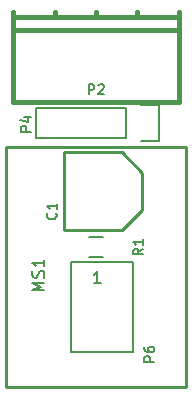
<source format=gto>
G04 #@! TF.FileFunction,Legend,Top*
%FSLAX46Y46*%
G04 Gerber Fmt 4.6, Leading zero omitted, Abs format (unit mm)*
G04 Created by KiCad (PCBNEW 4.0.2-stable) date 22.05.2016 01:25:54*
%MOMM*%
G01*
G04 APERTURE LIST*
%ADD10C,0.100000*%
%ADD11C,0.200000*%
%ADD12C,0.381000*%
%ADD13C,0.254000*%
%ADD14C,0.150000*%
%ADD15C,0.198120*%
%ADD16C,0.175000*%
%ADD17C,0.300000*%
%ADD18C,0.304800*%
%ADD19C,0.195580*%
G04 APERTURE END LIST*
D10*
D11*
X118202381Y-103185714D02*
X117202381Y-103185714D01*
X117916667Y-102852380D01*
X117202381Y-102519047D01*
X118202381Y-102519047D01*
X118154762Y-102090476D02*
X118202381Y-101947619D01*
X118202381Y-101709523D01*
X118154762Y-101614285D01*
X118107143Y-101566666D01*
X118011905Y-101519047D01*
X117916667Y-101519047D01*
X117821429Y-101566666D01*
X117773810Y-101614285D01*
X117726190Y-101709523D01*
X117678571Y-101900000D01*
X117630952Y-101995238D01*
X117583333Y-102042857D01*
X117488095Y-102090476D01*
X117392857Y-102090476D01*
X117297619Y-102042857D01*
X117250000Y-101995238D01*
X117202381Y-101900000D01*
X117202381Y-101661904D01*
X117250000Y-101519047D01*
X118202381Y-100566666D02*
X118202381Y-101138095D01*
X118202381Y-100852381D02*
X117202381Y-100852381D01*
X117345238Y-100947619D01*
X117440476Y-101042857D01*
X117488095Y-101138095D01*
D12*
X126100000Y-80000000D02*
X126100000Y-79600000D01*
X122600000Y-80000000D02*
X122600000Y-79600000D01*
X119100000Y-80000000D02*
X119100000Y-79600000D01*
X129600000Y-81100000D02*
X115600000Y-81100000D01*
X129600000Y-80000000D02*
X115600000Y-80000000D01*
X129600000Y-87200000D02*
X129600000Y-79600000D01*
X115600000Y-79600000D02*
X115600000Y-87200000D01*
X115600000Y-87200000D02*
X129600000Y-87200000D01*
D13*
X119900540Y-91500540D02*
X119900540Y-98099460D01*
X119900540Y-98099460D02*
X124800200Y-98099460D01*
X124800200Y-98099460D02*
X126499460Y-96400200D01*
X126499460Y-96400200D02*
X126499460Y-93199800D01*
X126499460Y-93199800D02*
X124800200Y-91500540D01*
X124800200Y-91500540D02*
X119900540Y-91500540D01*
D14*
X125130000Y-87730000D02*
X117510000Y-87730000D01*
X125130000Y-90270000D02*
X117510000Y-90270000D01*
X127950000Y-90550000D02*
X126400000Y-90550000D01*
X117510000Y-87730000D02*
X117510000Y-90270000D01*
X125130000Y-90270000D02*
X125130000Y-87730000D01*
X126400000Y-87450000D02*
X127950000Y-87450000D01*
X127950000Y-87450000D02*
X127950000Y-90550000D01*
X123200000Y-100375000D02*
X122000000Y-100375000D01*
X122000000Y-98625000D02*
X123200000Y-98625000D01*
D13*
X114980000Y-111360000D02*
X114980000Y-91040000D01*
X114980000Y-91040000D02*
X130220000Y-91040000D01*
X130220000Y-91040000D02*
X130220000Y-111360000D01*
X130220000Y-111360000D02*
X114980000Y-111360000D01*
D15*
X120500000Y-108410000D02*
X120500000Y-100790000D01*
X125700000Y-100790000D02*
X125700000Y-108410000D01*
X120500000Y-108410000D02*
X125700000Y-108410000D01*
X125700000Y-100790000D02*
X120500000Y-100790000D01*
D14*
D16*
X121972619Y-86584524D02*
X121972619Y-85734524D01*
X122296428Y-85734524D01*
X122377381Y-85775000D01*
X122417857Y-85815476D01*
X122458333Y-85896429D01*
X122458333Y-86017857D01*
X122417857Y-86098810D01*
X122377381Y-86139286D01*
X122296428Y-86179762D01*
X121972619Y-86179762D01*
X122782143Y-85815476D02*
X122822619Y-85775000D01*
X122903571Y-85734524D01*
X123105952Y-85734524D01*
X123186905Y-85775000D01*
X123227381Y-85815476D01*
X123267857Y-85896429D01*
X123267857Y-85977381D01*
X123227381Y-86098810D01*
X122741667Y-86584524D01*
X123267857Y-86584524D01*
D17*
D16*
X119203571Y-96641667D02*
X119244048Y-96682143D01*
X119284524Y-96803572D01*
X119284524Y-96884524D01*
X119244048Y-97005952D01*
X119163095Y-97086905D01*
X119082143Y-97127381D01*
X118920238Y-97167857D01*
X118798810Y-97167857D01*
X118636905Y-97127381D01*
X118555952Y-97086905D01*
X118475000Y-97005952D01*
X118434524Y-96884524D01*
X118434524Y-96803572D01*
X118475000Y-96682143D01*
X118515476Y-96641667D01*
X119284524Y-95832143D02*
X119284524Y-96317857D01*
X119284524Y-96075000D02*
X118434524Y-96075000D01*
X118555952Y-96155952D01*
X118636905Y-96236905D01*
X118677381Y-96317857D01*
X117084524Y-89727381D02*
X116234524Y-89727381D01*
X116234524Y-89403572D01*
X116275000Y-89322619D01*
X116315476Y-89282143D01*
X116396429Y-89241667D01*
X116517857Y-89241667D01*
X116598810Y-89282143D01*
X116639286Y-89322619D01*
X116679762Y-89403572D01*
X116679762Y-89727381D01*
X116517857Y-88513095D02*
X117084524Y-88513095D01*
X116194048Y-88715476D02*
X116801190Y-88917857D01*
X116801190Y-88391667D01*
X126584524Y-99641667D02*
X126179762Y-99925000D01*
X126584524Y-100127381D02*
X125734524Y-100127381D01*
X125734524Y-99803572D01*
X125775000Y-99722619D01*
X125815476Y-99682143D01*
X125896429Y-99641667D01*
X126017857Y-99641667D01*
X126098810Y-99682143D01*
X126139286Y-99722619D01*
X126179762Y-99803572D01*
X126179762Y-100127381D01*
X126584524Y-98832143D02*
X126584524Y-99317857D01*
X126584524Y-99075000D02*
X125734524Y-99075000D01*
X125855952Y-99155952D01*
X125936905Y-99236905D01*
X125977381Y-99317857D01*
D18*
D16*
X127534524Y-109227381D02*
X126684524Y-109227381D01*
X126684524Y-108903572D01*
X126725000Y-108822619D01*
X126765476Y-108782143D01*
X126846429Y-108741667D01*
X126967857Y-108741667D01*
X127048810Y-108782143D01*
X127089286Y-108822619D01*
X127129762Y-108903572D01*
X127129762Y-109227381D01*
X126684524Y-108013095D02*
X126684524Y-108175000D01*
X126725000Y-108255952D01*
X126765476Y-108296429D01*
X126886905Y-108377381D01*
X127048810Y-108417857D01*
X127372619Y-108417857D01*
X127453571Y-108377381D01*
X127494048Y-108336905D01*
X127534524Y-108255952D01*
X127534524Y-108094048D01*
X127494048Y-108013095D01*
X127453571Y-107972619D01*
X127372619Y-107932143D01*
X127170238Y-107932143D01*
X127089286Y-107972619D01*
X127048810Y-108013095D01*
X127008333Y-108094048D01*
X127008333Y-108255952D01*
X127048810Y-108336905D01*
X127089286Y-108377381D01*
X127170238Y-108417857D01*
D19*
D14*
X122985715Y-102552381D02*
X122414286Y-102552381D01*
X122700000Y-102552381D02*
X122700000Y-101552381D01*
X122604762Y-101695238D01*
X122509524Y-101790476D01*
X122414286Y-101838095D01*
M02*

</source>
